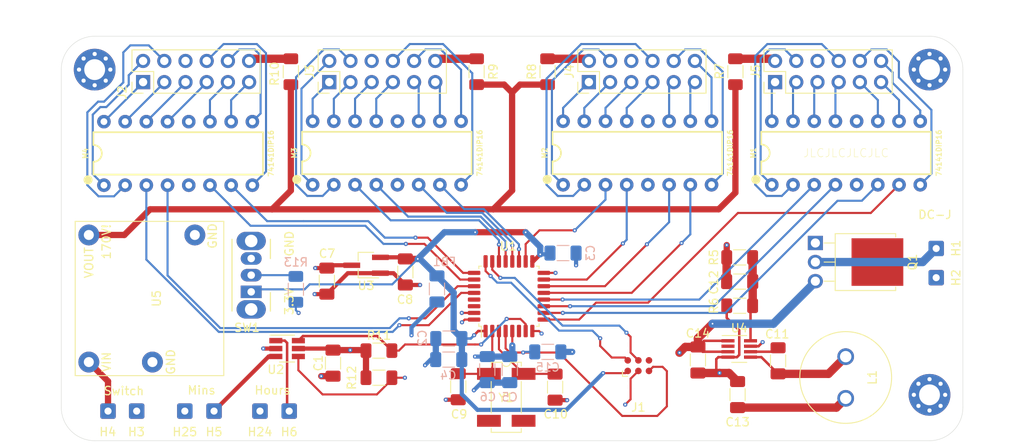
<source format=kicad_pcb>
(kicad_pcb (version 20221018) (generator pcbnew)
  (layers (0 "F.Cu" signal) (1 "In1.Cu" power) (2 "In2.Cu" power) (31 "B.Cu" signal) (34 "B.Paste" user) (35 "F.Paste" user) (36 "B.SilkS" user "B.Silkscreen") (37 "F.SilkS" user "F.Silkscreen") (38 "B.Mask" user) (39 "F.Mask" user) (44 "Edge.Cuts" user))
  (net 0 "")
  (net 1 "+5V")
  (net 2 "SW_LT3470")
  (net 3 "BOOST_LT3470")
  (net 4 "FB_LT3470")
  (net 5 "+9V")
  (net 6 "Net-(Q1-G)")
  (net 7 "Net-(U5-Input)")
  (net 8 "+3.3V")
  (net 9 "VDDA")
  (net 10 "OSC32_IN")
  (net 11 "OSC32_OUT")
  (net 12 "SWDIO")
  (net 13 "NX1_ZERO")
  (net 14 "NX1_ONE")
  (net 15 "NX1_FIVE")
  (net 16 "NX1_FOUR")
  (net 17 "NX1_SIX")
  (net 18 "NX1_SEVEN")
  (net 19 "NX1_THREE")
  (net 20 "NX1_TWO")
  (net 21 "NX1_C")
  (net 22 "NX1_B")
  (net 23 "NX1_D")
  (net 24 "NX1_A")
  (net 25 "NX1_NINE")
  (net 26 "NX1_EIGHT")
  (net 27 "NX2_ZERO")
  (net 28 "NX2_ONE")
  (net 29 "NX2_FIVE")
  (net 30 "NX2_FOUR")
  (net 31 "NX2_SIX")
  (net 32 "NX2_SEVEN")
  (net 33 "NX2_THREE")
  (net 34 "NX2_TWO")
  (net 35 "NX2_C")
  (net 36 "NX2_B")
  (net 37 "NX2_D")
  (net 38 "NX2_A")
  (net 39 "NX2_NINE")
  (net 40 "NX2_EIGHT")
  (net 41 "NX3_ZERO")
  (net 42 "NX3_ONE")
  (net 43 "NX3_FIVE")
  (net 44 "NX3_FOUR")
  (net 45 "NX3_SIX")
  (net 46 "NX3_SEVEN")
  (net 47 "NX3_THREE")
  (net 48 "NX3_TWO")
  (net 49 "NX3_C")
  (net 50 "NX3_B")
  (net 51 "NX3_D")
  (net 52 "NX3_A")
  (net 53 "NX3_NINE")
  (net 54 "NX3_EIGHT")
  (net 55 "NX4_ZERO")
  (net 56 "NX4_ONE")
  (net 57 "NX4_FIVE")
  (net 58 "NX4_FOUR")
  (net 59 "NX4_SIX")
  (net 60 "NX4_SEVEN")
  (net 61 "NX4_THREE")
  (net 62 "NX4_TWO")
  (net 63 "NX4_C")
  (net 64 "NX4_B")
  (net 65 "NX4_D")
  (net 66 "NX4_A")
  (net 67 "NX4_NINE")
  (net 68 "NX4_EIGHT")
  (net 69 "SWDCLK")
  (net 70 "+170V")
  (net 71 "Net-(U2-IN2)")
  (net 72 "Net-(U2-IN1)")
  (net 75 "Net-(J2-Pin_12)")
  (net 77 "Net-(J3-Pin_12)")
  (net 78 "Net-(J4-Pin_2)")
  (net 79 "MINUTES+")
  (net 80 "HOURS+")
  (net 82 "Net-(J5-Pin_2)")
  (net 84 "NRST")
  (net 85 "Net-(U1-PB9-BOOT0)")
  (net 86 "GND")
  (net 89 "Net-(SW1-B)")
  (footprint "Capacitor_SMD:C_1206_3216Metric_Pad1.33x1.80mm_HandSolder" (layer "F.Cu") (at 187.06 107.97 -90)
    (fp_text reference "C11")
    (fp_text value "0.22uF")
  )
  (footprint "Capacitor_SMD:C_1206_3216Metric_Pad1.33x1.80mm_HandSolder" (layer "F.Cu") (at 182.46 98.47)
    (fp_text reference "C12")
    (fp_text value "22pF")
  )
  (footprint "Capacitor_SMD:C_1206_3216Metric_Pad1.33x1.80mm_HandSolder" (layer "F.Cu") (at 177.46 107.87 90)
    (fp_text reference "C14")
    (fp_text value "1uF")
  )
  (footprint "Capacitor_SMD:C_1206_3216Metric_Pad1.33x1.80mm_HandSolder" (layer "F.Cu") (at 182.21 112.02 90)
    (fp_text reference "C13")
    (fp_text value "22uF")
  )
  (footprint "Connector_Wire:SolderWire-0.25sqmm_1x01_D0.65mm_OD1.7mm" (layer "F.Cu") (at 206 94.5 90)
    (fp_text reference "H1")
    (fp_text value "+9V")
  )
  (footprint "Connector_Wire:SolderWire-0.25sqmm_1x01_D0.65mm_OD1.7mm" (layer "F.Cu") (at 206 98 90)
    (fp_text reference "H2")
    (fp_text value "GND")
  )
  (footprint "Connector_Wire:SolderWire-0.25sqmm_1x01_D0.65mm_OD1.7mm" (layer "F.Cu") (at 110.23 114 180)
    (fp_text reference "H3")
    (fp_text value "Switch Input")
  )
  (footprint "Connector_Wire:SolderWire-0.25sqmm_1x01_D0.65mm_OD1.7mm" (layer "F.Cu") (at 106.8 114 180)
    (fp_text reference "H4")
    (fp_text value "Switch Output")
  )
  (footprint "Inductor_THT:RFS1113-333ME" (layer "F.Cu") (at 195.16 109.97 -90)
    (fp_text reference "L1")
    (fp_text value "33uH")
  )
  (footprint "nixiemisc:nixiemisc-DIP16" (layer "F.Cu") (at 115.2 83.1)
    (fp_text reference "M4")
    (fp_text value "74141DIP16")
  )
  (footprint "nixiemisc:nixiemisc-DIP16" (layer "F.Cu") (at 140.2 83.05)
    (fp_text reference "M3")
    (fp_text value "74141DIP16")
  )
  (footprint "nixiemisc:nixiemisc-DIP16" (layer "F.Cu") (at 170.2 83.05)
    (fp_text reference "M2")
    (fp_text value "74141DIP16")
  )
  (footprint "nixiemisc:nixiemisc-DIP16" (layer "F.Cu") (at 195.2 83.05)
    (fp_text reference "M1")
    (fp_text value "74141DIP16")
  )
  (footprint "Package_TO_SOT_THT:TO-251-3-1EP_Horizontal_TabDown" (layer "F.Cu") (at 191.526667 93.84 -90)
    (fp_text reference "Q1")
    (fp_text value "FQU11P06TU")
  )
  (footprint "Resistor_SMD:R_1206_3216Metric_Pad1.30x1.75mm_HandSolder" (layer "F.Cu") (at 182.46 95.57 180)
    (fp_text reference "R5")
    (fp_text value "604k")
  )
  (footprint "Resistor_SMD:R_1206_3216Metric_Pad1.30x1.75mm_HandSolder" (layer "F.Cu") (at 182.46 101.37)
    (fp_text reference "R6")
    (fp_text value "200k")
  )
  (footprint "Package_TO_SOT_SMD:SOT-23-8_Handsoldering" (layer "F.Cu") (at 182.41 106.55)
    (fp_text reference "U4")
    (fp_text value "LT3470ITS8PBF")
  )
  (footprint "Module:NCH8200HV" (layer "F.Cu") (at 111.52 100.5 90)
    (fp_text reference "U5")
    (fp_text value "NCH8200HV")
  )
  (footprint "Connector_PinHeader_2.54mm:PinHeader_2x06_P2.54mm_Vertical" (layer "F.Cu") (at 111 74.55 90)
    (fp_text reference "J2")
    (fp_text value "Conn_02x06_Odd_Even")
  )
  (footprint "Connector_PinHeader_2.54mm:PinHeader_2x06_P2.54mm_Vertical" (layer "F.Cu") (at 133.3 74.55 90)
    (fp_text reference "J3")
    (fp_text value "Conn_02x06_Odd_Even")
  )
  (footprint "Connector_PinHeader_2.54mm:PinHeader_2x06_P2.54mm_Vertical" (layer "F.Cu") (at 164.4 74.55 90)
    (fp_text reference "J4")
    (fp_text value "Conn_02x06_Odd_Even")
  )
  (footprint "Connector_PinHeader_2.54mm:PinHeader_2x06_P2.54mm_Vertical" (layer "F.Cu") (at 186.7 74.55 90)
    (fp_text reference "J5")
    (fp_text value "Conn_02x06_Odd_Even")
  )
  (footprint "Resistor_SMD:R_1206_3216Metric_Pad1.30x1.75mm_HandSolder" (layer "F.Cu") (at 181.95 73.3 -90)
    (fp_text reference "R7")
    (fp_text value "10k")
  )
  (footprint "Resistor_SMD:R_1206_3216Metric_Pad1.30x1.75mm_HandSolder" (layer "F.Cu") (at 159.45 73.3 90)
    (fp_text reference "R8")
    (fp_text value "10k")
  )
  (footprint "Resistor_SMD:R_1206_3216Metric_Pad1.30x1.75mm_HandSolder" (layer "F.Cu") (at 150.95 73.3 -90)
    (fp_text reference "R9")
    (fp_text value "10k")
  )
  (footprint "Resistor_SMD:R_1206_3216Metric_Pad1.30x1.75mm_HandSolder" (layer "F.Cu") (at 128.7 73.3 -90)
    (fp_text reference "R10")
    (fp_text value "10k")
  )
  (footprint "MountingHole:MountingHole_2.5mm_Pad_Via" (layer "F.Cu") (at 205.2 112.05)
    (fp_text reference "REF**" hide)
    (fp_text value "MountingHole_2.5mm_Pad_Via")
  )
  (footprint "MountingHole:MountingHole_2.5mm_Pad_Via" (layer "F.Cu") (at 105.2 73.05)
    (fp_text reference "REF**" hide)
    (fp_text value "MountingHole_2.5mm_Pad_Via")
  )
  (footprint "MountingHole:MountingHole_2.5mm_Pad_Via" (layer "F.Cu") (at 205.2 73.05)
    (fp_text reference "REF**" hide)
    (fp_text value "MountingHole_2.5mm_Pad_Via")
  )
  (footprint "Button_Switch_THT:SW_CuK_OS102011MA1QN1_SPDT_Angled" (layer "F.Cu") (at 123.95 99.7 90)
    (fp_text reference "SW1")
    (fp_text value "SW_SPDT")
  )
  (footprint "Connector_Wire:SolderWire-0.25sqmm_1x01_D0.65mm_OD1.7mm" (layer "F.Cu") (at 119.5 114)
    (fp_text reference "H5")
    (fp_text value "HOURS +")
  )
  (footprint "Capacitor_SMD:C_1206_3216Metric_Pad1.33x1.80mm_HandSolder" (layer "F.Cu") (at 142.4125 97.3125 90)
    (fp_text reference "C8")
    (fp_text value "1uF")
  )
  (footprint "Connector:Tag-Connect_TC2030-IDC-FP_2x03_P1.27mm_Vertical" (layer "F.Cu") (at 170.325 108.55)
    (fp_text reference "J1")
    (fp_text value "Conn_ARM_SWD_6")
  )
  (footprint "Connector_Wire:SolderWire-0.25sqmm_1x01_D0.65mm_OD1.7mm" (layer "F.Cu") (at 116 114)
    (fp_text reference "H25")
    (fp_text value "HOURS+GND")
  )
  (footprint "Capacitor_SMD:C_1206_3216Metric_Pad1.33x1.80mm_HandSolder" (layer "F.Cu") (at 160.35 111.125 -90)
    (fp_text reference "C10")
    (fp_text value "12pF")
  )
  (footprint "Capacitor_SMD:C_1206_3216Metric_Pad1.33x1.80mm_HandSolder" (layer "F.Cu") (at 133.75 108.25 -90)
    (fp_text reference "C1")
    (fp_text value "0.1uF")
  )
  (footprint "Connector_Wire:SolderWire-0.25sqmm_1x01_D0.65mm_OD1.7mm" (layer "F.Cu") (at 125 114 180)
    (fp_text reference "H24")
    (fp_text value "MINUTES+GND")
  )
  (footprint "Crystal:Crystal_SMD_SeikoEpson_MC306-4Pin_8.0x3.2mm_HandSoldering" (layer "F.Cu") (at 154.5 112.35 -90)
    (fp_text reference "Y1")
    (fp_text value "32.768kHz")
  )
  (footprint "Package_TO_SOT_SMD:TSOT-23_HandSoldering" (layer "F.Cu") (at 137.7125 96.5125 180)
    (fp_text reference "U3")
    (fp_text value "TPS7A05SOT23")
  )
  (footprint "Capacitor_SMD:C_1206_3216Metric_Pad1.33x1.80mm_HandSolder" (layer "F.Cu") (at 133.0125 98.4125 90)
    (fp_text reference "C7")
    (fp_text value "1uF")
  )
  (footprint "Package_TO_SOT_SMD:SOT-23-6_Handsoldering" (layer "F.Cu") (at 128.25 106.5)
    (fp_text reference "U2")
    (fp_text value "MAX6817")
  )
  (footprint "Connector_Wire:SolderWire-0.25sqmm_1x01_D0.65mm_OD1.7mm" (layer "F.Cu") (at 128.5 114 180)
    (fp_text reference "H6")
    (fp_text value "MINUTES +")
  )
  (footprint "Package_QFP:LQFP-32_7x7mm_P0.8mm" (layer "F.Cu") (at 154.825 100.225 90)
    (fp_text reference "U1")
    (fp_text value "STM32L010K4T6")
  )
  (footprint "Resistor_SMD:R_1206_3216Metric_Pad1.30x1.75mm_HandSolder" (layer "F.Cu") (at 139.25 110 180)
    (fp_text reference "R12")
    (fp_text value "10k")
  )
  (footprint "Resistor_SMD:R_1206_3216Metric_Pad1.30x1.75mm_HandSolder" (layer "F.Cu") (at 139.25 106.75)
    (fp_text reference "R11")
    (fp_text value "10k")
  )
  (footprint "Capacitor_SMD:C_1206_3216Metric_Pad1.33x1.80mm_HandSolder" (layer "F.Cu") (at 148.75 111.075 90)
    (fp_text reference "C9")
    (fp_text value "12pF")
  )
  (footprint "Capacitor_SMD:C_1206_3216Metric_Pad1.33x1.80mm_HandSolder" (layer "B.Cu") (at 159.475 106.9)
    (fp_text reference "C15")
    (fp_text value "100nF")
  )
  (footprint "Capacitor_SMD:C_1206_3216Metric_Pad1.33x1.80mm_HandSolder" (layer "B.Cu") (at 161.3 95.05 180)
    (fp_text reference "C3")
    (fp_text value "100nF")
  )
  (footprint "Resistor_SMD:R_1206_3216Metric_Pad1.30x1.75mm_HandSolder" (layer "B.Cu") (at 129.3 99.4 90)
    (fp_text reference "R13")
    (fp_text value "10k")
  )
  (footprint "Capacitor_SMD:C_1206_3216Metric_Pad1.33x1.80mm_HandSolder" (layer "B.Cu") (at 146.2 99.35 -90)
    (fp_text reference "FB1")
    (fp_text value "FerriteBead_Small")
  )
  (footprint "Capacitor_SMD:C_1206_3216Metric_Pad1.33x1.80mm_HandSolder" (layer "B.Cu") (at 147.6125 107.825)
    (fp_text reference "C2")
    (fp_text value "100nF")
  )
  (footprint "Capacitor_SMD:C_1206_3216Metric_Pad1.33x1.80mm_HandSolder" (layer "B.Cu") (at 154.925 109.025 90)
    (fp_text reference "C5")
    (fp_text value "100nF")
  )
  (footprint "Capacitor_SMD:C_1206_3216Metric_Pad1.33x1.80mm_HandSolder" (layer "B.Cu") (at 147.625 105.3)
    (fp_text reference "C4")
    (fp_text value "10uF")
  )
  (footprint "Capacitor_SMD:C_1206_3216Metric_Pad1.33x1.80mm_HandSolder" (layer "B.Cu") (at 152.225 109.025 90)
    (fp_text reference "C6")
    (fp_text value "1uF")
  )
  (gr_arc (start 209.2 113.55) (mid 208.028427 116.378427) (end 205.2 117.55) (stroke (width 0.05)) (layer "Edge.Cuts"))
  (gr_arc (start 205.2 69.05) (mid 208.028427 70.221573) (end 209.2 73.05) (stroke (width 0.05)) (layer "Edge.Cuts"))
  (gr_line (start 105.2 69.05) (end 205.2 69.05) (stroke (width 0.05)) (layer "Edge.Cuts"))
  (gr_line (start 105.2 117.55) (end 205.2 117.55) (stroke (width 0.05)) (layer "Edge.Cuts"))
  (gr_line (start 101.2 113.55) (end 101.2 73.05) (stroke (width 0.05)) (layer "Edge.Cuts"))
  (gr_line (start 209.2 73.05) (end 209.2 113.55) (stroke (width 0.05)) (layer "Edge.Cuts"))
  (gr_arc (start 105.2 117.55) (mid 102.371573 116.378427) (end 101.2 113.55) (stroke (width 0.05)) (layer "Edge.Cuts"))
  (gr_arc (start 101.2 73.05) (mid 102.371573 70.221573) (end 105.2 69.05) (stroke (width 0.05)) (layer "Edge.Cuts"))
  (gr_text "JLCJLCJLCJLC" (at 195.2 83.05) (layer "F.SilkS") (effects (font (size 1 1) (thickness 0.05))))
  (gr_text "Switch" (at 108.7 111.58) (layer "F.SilkS") (effects (font (size 1 1))))
  (gr_text "GND" (at 128.525 93.925 90) (layer "F.SilkS") (effects (font (size 1 1))))
  (gr_text "3.3V" (at 128.5 100.85 90) (layer "F.SilkS") (effects (font (size 1 1))))
  (gr_text "Mins" (at 118 111.5) (layer "F.SilkS") (effects (font (size 1 1))))
  (gr_text "Hours" (at 126.5 111.5) (layer "F.SilkS") (effects (font (size 1 1))))
  (gr_text "DC-J" (at 205.85 90.45) (layer "F.SilkS") (effects (font (size 1 1))))
  (segment (start 182.21 113.5825) (end 194.0475 113.5825) (width 1) (layer "F.Cu") (net 1))
  (segment (start 133.5625 106.5) (end 129.6 106.5) (width 0.5) (layer "F.Cu") (net 1))
  (segment (start 184.720002 106.22) (end 185.21 105.730002) (width 0.3) (layer "F.Cu") (net 1))
  (segment (start 137.6375 106.6875) (end 137.7 106.75) (width 0.75) (layer "F.Cu") (net 1))
  (segment (start 136.0025 96.5125) (end 133.35 96.5125) (width 0.5) (layer "F.Cu") (net 1))
  (segment (start 133.75 106.6875) (end 135.8125 106.6875) (width 0.75) (layer "F.Cu") (net 1))
  (segment (start 135.8125 106.6875) (end 137.6375 106.6875) (width 0.75) (layer "F.Cu") (net 1))
  (segment (start 194.0475 113.5825) (end 195.16 112.47) (width 1) (layer "F.Cu") (net 1))
  (segment (start 133.75 106.6875) (end 133.5625 106.5) (width 0.5) (layer "F.Cu") (net 1))
  (segment (start 133.0125 96.85) (end 131.625 96.85) (width 0.5) (layer "F.Cu") (net 1))
  (segment (start 180.91 95.57) (end 180.91 94.09) (width 0.75) (layer "F.Cu") (net 1))
  (segment (start 133.35 96.5125) (end 133.0125 96.85) (width 0.5) (layer "F.Cu") (net 1))
  (segment (start 183.76 106.22) (end 184.720002 106.22) (width 0.3) (layer "F.Cu") (net 1))
  (segment (start 180.8975 95.5825) (end 180.91 95.57) (width 1) (layer "F.Cu") (net 1))
  (segment (start 137.7 110) (end 137.7 106.75) (width 0.75) (layer "F.Cu") (net 1))
  (segment (start 180.8975 98.47) (end 180.8975 95.5825) (width 1) (layer "F.Cu") (net 1))
  (via (at 131.625 96.85) (size 0.5) (drill 0.2) (layers "F.Cu" "B.Cu") (net 1))
  (via (at 180.91 94.09) (size 0.5) (drill 0.2) (layers "F.Cu" "B.Cu") (net 1))
  (via (at 135.8125 106.6875) (size 0.5) (drill 0.2) (layers "F.Cu" "B.Cu") (net 1))
  (via (at 185.21 105.730002) (size 0.5) (drill 0.2) (layers "F.Cu" "B.Cu") (net 1))
  (segment (start 183.76 107.53) (end 185.0575 107.53) (width 0.3) (layer "F.Cu") (net 2))
  (segment (start 185.0575 107.53) (end 187.06 109.5325) (width 0.3) (layer "F.Cu") (net 2))
  (segment (start 187.06 109.5325) (end 193.0975 109.5325) (width 1) (layer "F.Cu") (net 2))
  (segment (start 193.0975 109.5325) (end 195.16 107.47) (width 1) (layer "F.Cu") (net 2))
  (segment (start 187.06 106.4075) (end 186.5875 106.88) (width 0.3) (layer "F.Cu") (net 3))
  (segment (start 186.5875 106.88) (end 183.76 106.88) (width 0.3) (layer "F.Cu") (net 3))
  (segment (start 184.01 95.57) (end 184.01 98.4575) (width 1) (layer "F.Cu") (net 4))
  (segment (start 183.76 101.62) (end 184.01 101.37) (width 0.3) (layer "F.Cu") (net 4))
  (segment (start 184.0225 101.3575) (end 184.01 101.37) (width 1) (layer "F.Cu") (net 4))
  (segment (start 184.0225 98.47) (end 184.0225 101.3575) (width 1) (layer "F.Cu") (net 4))
  (segment (start 183.76 105.57) (end 183.76 101.62) (width 0.3) (layer "F.Cu") (net 4))
  (segment (start 184.01 98.4575) (end 184.0225 98.47) (width 1) (layer "F.Cu") (net 4))
  (segment (start 177.46 106.3075) (end 177.46 105.27) (width 1) (layer "F.Cu") (net 5))
  (segment (start 178.1975 105.57) (end 181.06 105.57) (width 0.3) (layer "F.Cu") (net 5))
  (segment (start 175.9425 106.3075) (end 175.25 107) (width 1) (layer "F.Cu") (net 5))
  (segment (start 177.46 106.3075) (end 175.9425 106.3075) (width 1) (layer "F.Cu") (net 5))
  (segment (start 178.0325 106.88) (end 181.06 106.88) (width 0.3) (layer "F.Cu") (net 5))
  (segment (start 177.46 106.3075) (end 178.1975 105.57) (width 0.3) (layer "F.Cu") (net 5))
  (segment (start 177.46 106.3075) (end 178.0325 106.88) (width 0.3) (layer "F.Cu") (net 5))
  (segment (start 177.46 105.27) (end 179.21 103.52) (width 1) (layer "F.Cu") (net 5))
  (via (at 175.25 107) (size 0.5) (drill 0.2) (layers "F.Cu" "B.Cu") (net 5))
  (via (at 179.21 103.52) (size 0.5) (drill 0.2) (layers "F.Cu" "B.Cu") (net 5))
  (segment (start 179.21 103.52) (end 186.505 103.52) (width 1) (layer "B.Cu") (net 5))
  (segment (start 191.526667 98.498333) (end 191.526667 98.42) (width 1) (layer "B.Cu") (net 5))
  (segment (start 186.505 103.52) (end 191.526667 98.498333) (width 1) (layer "B.Cu") (net 5))
  (segment (start 204.37 96.13) (end 206 94.5) (width 1) (layer "B.Cu") (net 6))
  (segment (start 191.526667 96.13) (end 204.37 96.13) (width 1) (layer "B.Cu") (net 6))
  (segment (start 106.8 114) (end 106.8 110.42) (width 0.75) (layer "F.Cu") (net 7))
  (segment (start 106.8 110.42) (end 104.5 108.12) (width 0.75) (layer "F.Cu") (net 7))
  (segment (start 142.225 95.5625) (end 142.4125 95.75) (width 0.5) (layer "F.Cu") (net 8))
  (segment (start 142.4125 95.75) (end 143.9 95.75) (width 0.75) (layer "F.Cu") (net 8))
  (segment (start 156.81 92.55) (end 156.82 92.56) (width 0.75) (layer "F.Cu") (net 8))
  (segment (start 157.725 96.05) (end 158.575 95.2) (width 0.5) (layer "F.Cu") (net 8))
  (segment (start 157.625 96.05) (end 157.725 96.05) (width 0.5) (layer "F.Cu") (net 8))
  (segment (start 166.1 109.45) (end 168.79 109.45) (width 0.25) (layer "F.Cu") (net 8))
  (segment (start 152.025 104.4) (end 151.15 104.4) (width 0.3) (layer "F.Cu") (net 8))
  (segment (start 150.775 92.55) (end 156.81 92.55) (width 0.75) (layer "F.Cu") (net 8))
  (segment (start 139.4225 95.5625) (end 142.225 95.5625) (width 0.5) (layer "F.Cu") (net 8))
  (segment (start 168.79 109.45) (end 169.055 109.185) (width 0.25) (layer "F.Cu") (net 8))
  (segment (start 151.15 104.4) (end 150.65 104.9) (width 0.3) (layer "F.Cu") (net 8))
  (via (at 166.1 109.45) (size 0.5) (drill 0.2) (layers "F.Cu" "B.Cu") (net 8))
  (via (at 150.65 104.9) (size 0.5) (drill 0.2) (layers "F.Cu" "B.Cu") (net 8))
  (via (at 143.9 95.75) (size 0.5) (drill 0.2) (layers "F.Cu" "B.Cu") (net 8))
  (via (at 158.575 95.2) (size 0.5) (drill 0.2) (layers "F.Cu" "B.Cu") (net 8))
  (via (at 156.82 92.56) (size 0.5) (drill 0.2) (layers "F.Cu" "B.Cu") (net 8))
  (via (at 150.775 92.55) (size 0.5) (drill 0.2) (layers "F.Cu" "B.Cu") (net 8))
  (segment (start 149.1875 105.3) (end 148.200489 104.312989) (width 0.75) (layer "B.Cu") (net 8))
  (segment (start 149.1875 105.3) (end 150.25 105.3) (width 0.3) (layer "B.Cu") (net 8))
  (segment (start 150.25 105.3) (end 150.65 104.9) (width 0.3) (layer "B.Cu") (net 8))
  (segment (start 140.85 98.8) (end 143.9 95.75) (width 0.25) (layer "B.Cu") (net 8))
  (segment (start 158.575 95.2) (end 158.575 94.315) (width 0.75) (layer "B.Cu") (net 8))
  (segment (start 161.614259 113.85) (end 161.7 113.85) (width 0.5) (layer "B.Cu") (net 8))
  (segment (start 143.9 95.75) (end 147.1 92.55) (width 0.75) (layer "B.Cu") (net 8))
  (segment (start 149.175 107.825) (end 149.175 111.975) (width 0.5) (layer "B.Cu") (net 8))
  (segment (start 151.05 113.85) (end 161.614259 113.85) (width 0.5) (layer "B.Cu") (net 8))
  (segment (start 149.175 111.975) (end 151.05 113.85) (width 0.5) (layer "B.Cu") (net 8))
  (segment (start 159.5875 95.2) (end 159.7375 95.05) (width 0.5) (layer "B.Cu") (net 8))
  (segment (start 148.200489 99.787989) (end 146.2 97.7875) (width 0.75) (layer "B.Cu") (net 8))
  (segment (start 130.349511 99.400489) (end 130.95 98.8) (width 0.25) (layer "B.Cu") (net 8))
  (segment (start 143.9 95.75) (end 144.1625 95.75) (width 0.75) (layer "B.Cu") (net 8))
  (segment (start 158.575 95.2) (end 159.5875 95.2) (width 0.5) (layer "B.Cu") (net 8))
  (segment (start 148.200489 104.312989) (end 148.200489 99.787989) (width 0.75) (layer "B.Cu") (net 8))
  (segment (start 158.575 94.315) (end 156.82 92.56) (width 0.75) (layer "B.Cu") (net 8))
  (segment (start 149.1875 105.3) (end 149.1875 107.8125) (width 0.75) (layer "B.Cu") (net 8))
  (segment (start 124.249511 99.400489) (end 130.349511 99.400489) (width 0.25) (layer "B.Cu") (net 8))
  (segment (start 123.95 99.7) (end 124.249511 99.400489) (width 0.25) (layer "B.Cu") (net 8))
  (segment (start 130.95 98.8) (end 140.85 98.8) (width 0.25) (layer "B.Cu") (net 8))
  (segment (start 144.1625 95.75) (end 146.2 97.7875) (width 0.75) (layer "B.Cu") (net 8))
  (segment (start 147.1 92.55) (end 150.775 92.55) (width 0.75) (layer "B.Cu") (net 8))
  (segment (start 161.7 113.85) (end 166.1 109.45) (width 0.5) (layer "B.Cu") (net 8))
  (segment (start 155.225 104.4) (end 155.225 106.125) (width 0.25) (layer "F.Cu") (net 9))
  (via (at 155.225 106.125) (size 0.5) (drill 0.2) (layers "F.Cu" "B.Cu") (net 9))
  (via (at 150.7625 107.4625) (size 0.5) (drill 0.2) (layers "F.Cu" "B.Cu") (net 9))
  (via (at 143.15 104.9) (size 0.5) (drill 0.2) (layers "F.Cu" "B.Cu") (net 9))
  (segment (start 152.225 107.4625) (end 154.925 107.4625) (width 0.75) (layer "B.Cu") (net 9))
  (segment (start 146.2 100.9125) (end 143.15 103.9625) (width 0.5) (layer "B.Cu") (net 9))
  (segment (start 152.225 107.4625) (end 150.7625 107.4625) (width 0.5) (layer "B.Cu") (net 9))
  (segment (start 155.225 106.125) (end 155.225 107.1625) (width 0.75) (layer "B.Cu") (net 9))
  (segment (start 155.225 107.1625) (end 154.925 107.4625) (width 0.75) (layer "B.Cu") (net 9))
  (segment (start 143.15 103.9625) (end 143.15 104.9) (width 0.5) (layer "B.Cu") (net 9))
  (segment (start 152.425 109.535) (end 152.825 109.135) (width 0.25) (layer "F.Cu") (net 10))
  (segment (start 148.7725 109.535) (end 152.425 109.535) (width 0.25) (layer "F.Cu") (net 10))
  (segment (start 148.75 109.5125) (end 148.7725 109.535) (width 0.25) (layer "F.Cu") (net 10))
  (segment (start 152.825 109.135) (end 152.825 104.4) (width 0.25) (layer "F.Cu") (net 10))
  (segment (start 160.3225 109.535) (end 160.35 109.5625) (width 0.25) (layer "F.Cu") (net 11))
  (segment (start 153.625 106.585) (end 153.625 104.4) (width 0.25) (layer "F.Cu") (net 11))
  (segment (start 156.575 109.535) (end 153.625 106.585) (width 0.25) (layer "F.Cu") (net 11))
  (segment (start 156.575 109.535) (end 160.3225 109.535) (width 0.25) (layer "F.Cu") (net 11))
  (segment (start 169.394029 105.094029) (end 168.9 104.6) (width 0.25) (layer "F.Cu") (net 12))
  (segment (start 170.325 107.915) (end 169.394029 106.984029) (width 0.25) (layer "F.Cu") (net 12))
  (segment (start 169.394029 106.984029) (end 169.394029 105.094029) (width 0.25) (layer "F.Cu") (net 12))
  (segment (start 152.825 97.05) (end 153.8 98.025) (width 0.25) (layer "F.Cu") (net 12))
  (segment (start 152.825 96.05) (end 152.825 97.05) (width 0.25) (layer "F.Cu") (net 12))
  (via (at 168.9 104.6) (size 0.5) (drill 0.2) (layers "F.Cu" "B.Cu") (net 12))
  (via (at 153.8 98.025) (size 0.5) (drill 0.2) (layers "F.Cu" "B.Cu") (net 12))
  (segment (start 153.8 98.025) (end 155.525 98.025) (width 0.25) (layer "B.Cu") (net 12))
  (segment (start 161.25 103.75) (end 168.05 103.75) (width 0.25) (layer "B.Cu") (net 12))
  (segment (start 155.525 98.025) (end 161.25 103.75) (width 0.25) (layer "B.Cu") (net 12))
  (segment (start 168.05 103.75) (end 168.9 104.6) (width 0.25) (layer "B.Cu") (net 12))
  (segment (start 186.31 79.24) (end 186.31 74.94) (width 0.25) (layer "B.Cu") (net 13))
  (segment (start 186.31 74.94) (end 186.7 74.55) (width 0.25) (layer "B.Cu") (net 13))
  (segment (start 188.85 79.24) (end 188.85 74.94) (width 0.25) (layer "B.Cu") (net 14))
  (segment (start 188.85 74.94) (end 189.24 74.55) (width 0.25) (layer "B.Cu") (net 14))
  (segment (start 191.39 74.94) (end 191.78 74.55) (width 0.25) (layer "B.Cu") (net 15))
  (segment (start 191.39 79.24) (end 191.39 74.94) (width 0.25) (layer "B.Cu") (net 15))
  (segment (start 193.93 74.94) (end 194.32 74.55) (width 0.25) (layer "B.Cu") (net 16))
  (segment (start 193.93 79.24) (end 193.93 74.94) (width 0.25) (layer "B.Cu") (net 16))
  (segment (start 199.01 76.7) (end 196.86 74.55) (width 0.25) (layer "B.Cu") (net 17))
  (segment (start 199.01 79.24) (end 199.01 76.7) (width 0.25) (layer "B.Cu") (net 17))
  (segment (start 201.55 79.24) (end 201.55 76.7) (width 0.25) (layer "B.Cu") (net 18))
  (segment (start 201.55 76.7) (end 199.4 74.55) (width 0.25) (layer "B.Cu") (net 18))
  (segment (start 200.775001 74.635001) (end 204.09 77.95) (width 0.25) (layer "B.Cu") (net 19))
  (segment (start 199.4 72.01) (end 200.775001 73.385001) (width 0.25) (layer "B.Cu") (net 19))
  (segment (start 200.775001 73.385001) (end 200.775001 74.635001) (width 0.25) (layer "B.Cu") (net 19))
  (segment (start 204.09 77.95) (end 204.09 79.24) (width 0.25) (layer "B.Cu") (net 19))
  (segment (start 201.53001 73.99001) (end 201.53001 72.105008) (width 0.25) (layer "B.Cu") (net 20))
  (segment (start 201.53001 72.105008) (end 200.060001 70.634999) (width 0.25) (layer "B.Cu") (net 20))
  (segment (start 205.427801 77.887801) (end 201.53001 73.99001) (width 0.25) (layer "B.Cu") (net 20))
  (segment (start 204.09 86.86) (end 205.427801 85.522199) (width 0.25) (layer "B.Cu") (net 20))
  (segment (start 198.235001 70.634999) (end 196.86 72.01) (width 0.25) (layer "B.Cu") (net 20))
  (segment (start 200.060001 70.634999) (end 198.235001 70.634999) (width 0.25) (layer "B.Cu") (net 20))
  (segment (start 205.427801 85.522199) (end 205.427801 77.887801) (width 0.25) (layer "B.Cu") (net 20))
  (segment (start 159 103.025) (end 163.235 103.025) (width 0.25) (layer "F.Cu") (net 21))
  (segment (start 198.17 90.24) (end 182.25 90.24) (width 0.25) (layer "F.Cu") (net 21))
  (segment (start 163.235 103.025) (end 165.27 100.99) (width 0.25) (layer "F.Cu") (net 21))
  (segment (start 165.27 100.99) (end 171.5 100.99) (width 0.25) (layer "F.Cu") (net 21))
  (segment (start 201.55 86.86) (end 198.17 90.24) (width 0.25) (layer "F.Cu") (net 21))
  (segment (start 171.5 100.99) (end 182.25 90.24) (width 0.25) (layer "F.Cu") (net 21))
  (segment (start 159 102.225) (end 161.275 102.225) (width 0.25) (layer "F.Cu") (net 22))
  (via (at 161.275 102.225) (size 0.5) (drill 0.2) (layers "F.Cu" "B.Cu") (net 22))
  (segment (start 161.275 102.225) (end 180.733895 102.225) (width 0.25) (layer "B.Cu") (net 22))
  (segment (start 180.733895 102.225) (end 194.183895 88.775) (width 0.25) (layer "B.Cu") (net 22))
  (segment (start 197.095 88.775) (end 199.01 86.86) (width 0.25) (layer "B.Cu") (net 22))
  (segment (start 194.183895 88.775) (end 197.095 88.775) (width 0.25) (layer "B.Cu") (net 22))
  (segment (start 159 101.425) (end 162.15 101.425) (width 0.25) (layer "F.Cu") (net 23))
  (via (at 162.15 101.425) (size 0.5) (drill 0.2) (layers "F.Cu" "B.Cu") (net 23))
  (segment (start 162.15 101.425) (end 179.365 101.425) (width 0.25) (layer "B.Cu") (net 23))
  (segment (start 179.365 101.425) (end 193.93 86.86) (width 0.25) (layer "B.Cu") (net 23))
  (segment (start 159 100.625) (end 161.25 100.625) (width 0.25) (layer "F.Cu") (net 24))
  (via (at 161.25 100.625) (size 0.5) (drill 0.2) (layers "F.Cu" "B.Cu") (net 24))
  (segment (start 177.625 100.625) (end 191.39 86.86) (width 0.25) (layer "B.Cu") (net 24))
  (segment (start 161.25 100.625) (end 177.625 100.625) (width 0.25) (layer "B.Cu") (net 24))
  (segment (start 184.322189 86.852135) (end 184.322189 71.433557) (width 0.25) (layer "B.Cu") (net 25))
  (segment (start 185.667855 88.197801) (end 184.322189 86.852135) (width 0.25) (layer "B.Cu") (net 25))
  (segment (start 192.294989 69.984989) (end 194.32 72.01) (width 0.25) (layer "B.Cu") (net 25))
  (segment (start 185.667855 88.197801) (end 187.512199 88.197801) (width 0.25) (layer "B.Cu") (net 25))
  (segment (start 187.512199 88.197801) (end 188.85 86.86) (width 0.25) (layer "B.Cu") (net 25))
  (segment (start 184.322189 71.433557) (end 185.770757 69.984989) (width 0.25) (layer "B.Cu") (net 25))
  (segment (start 185.770757 69.984989) (end 192.294989 69.984989) (width 0.25) (layer "B.Cu") (net 25))
  (segment (start 184.972199 85.522199) (end 184.972199 71.702799) (width 0.25) (layer "B.Cu") (net 26))
  (segment (start 187.864999 70.634999) (end 189.24 72.01) (width 0.25) (layer "B.Cu") (net 26))
  (segment (start 184.972199 71.702799) (end 186.039999 70.634999) (width 0.25) (layer "B.Cu") (net 26))
  (segment (start 186.31 86.86) (end 184.972199 85.522199) (width 0.25) (layer "B.Cu") (net 26))
  (segment (start 186.039999 70.634999) (end 187.864999 70.634999) (width 0.25) (layer "B.Cu") (net 26))
  (segment (start 161.31 77.64) (end 164.4 74.55) (width 0.25) (layer "B.Cu") (net 27))
  (segment (start 161.31 79.24) (end 161.31 77.64) (width 0.25) (layer "B.Cu") (net 27))
  (segment (start 163.85 77.64) (end 166.94 74.55) (width 0.25) (layer "B.Cu") (net 28))
  (segment (start 163.85 79.24) (end 163.85 77.64) (width 0.25) (layer "B.Cu") (net 28))
  (segment (start 166.39 77.64) (end 169.48 74.55) (width 0.25) (layer "B.Cu") (net 29))
  (segment (start 166.39 79.24) (end 166.39 77.64) (width 0.25) (layer "B.Cu") (net 29))
  (segment (start 168.93 77.64) (end 172.02 74.55) (width 0.25) (layer "B.Cu") (net 30))
  (segment (start 168.93 79.24) (end 168.93 77.64) (width 0.25) (layer "B.Cu") (net 30))
  (segment (start 174.01 79.24) (end 174.01 75.1) (width 0.25) (layer "B.Cu") (net 31))
  (segment (start 174.01 75.1) (end 174.56 74.55) (width 0.25) (layer "B.Cu") (net 31))
  (segment (start 176.55 79.24) (end 176.55 75.1) (width 0.25) (layer "B.Cu") (net 32))
  (segment (start 176.55 75.1) (end 177.1 74.55) (width 0.25) (layer "B.Cu") (net 32))
  (segment (start 179.09 74) (end 177.1 72.01) (width 0.25) (layer "B.Cu") (net 33))
  (segment (start 179.09 79.24) (end 179.09 74) (width 0.25) (layer "B.Cu") (net 33))
  (segment (start 180.427801 85.522199) (end 180.427801 73.302799) (width 0.25) (layer "B.Cu") (net 34))
  (segment (start 175.935001 70.634999) (end 174.56 72.01) (width 0.25) (layer "B.Cu") (net 34))
  (segment (start 179.09 86.86) (end 180.427801 85.522199) (width 0.25) (layer "B.Cu") (net 34))
  (segment (start 180.427801 73.302799) (end 177.760001 70.634999) (width 0.25) (layer "B.Cu") (net 34))
  (segment (start 177.760001 70.634999) (end 175.935001 70.634999) (width 0.25) (layer "B.Cu") (net 34))
  (segment (start 159.005971 99.819029) (end 169.530971 99.819029) (width 0.25) (layer "F.Cu") (net 35))
  (segment (start 159 99.825) (end 159.005971 99.819029) (width 0.25) (layer "F.Cu") (net 35))
  (segment (start 169.530971 99.819029) (end 175.5 93.85) (width 0.25) (layer "F.Cu") (net 35))
  (via (at 175.5 93.85) (size 0.5) (drill 0.2) (layers "F.Cu" "B.Cu") (net 35))
  (segment (start 176.55 86.86) (end 176.55 92.8) (width 0.25) (layer "B.Cu") (net 35))
  (segment (start 176.55 92.8) (end 175.5 93.85) (width 0.25) (layer "B.Cu") (net 35))
  (segment (start 159 99.025) (end 166.325 99.025) (width 0.25) (layer "F.Cu") (net 36))
  (segment (start 166.325 99.025) (end 171.35 94) (width 0.25) (layer "F.Cu") (net 36))
  (via (at 171.35 94) (size 0.5) (drill 0.2) (layers "F.Cu" "B.Cu") (net 36))
  (segment (start 171.35 94) (end 174.01 91.34) (width 0.25) (layer "B.Cu") (net 36))
  (segment (start 174.01 91.34) (end 174.01 86.86) (width 0.25) (layer "B.Cu") (net 36))
  (segment (start 159 98.225) (end 164.15 98.225) (width 0.25) (layer "F.Cu") (net 37))
  (segment (start 164.15 98.225) (end 168.475 93.9) (width 0.25) (layer "F.Cu") (net 37))
  (via (at 168.475 93.9) (size 0.5) (drill 0.2) (layers "F.Cu" "B.Cu") (net 37))
  (segment (start 168.475 93.9) (end 168.93 93.445) (width 0.25) (layer "B.Cu") (net 37))
  (segment (start 168.93 93.445) (end 168.93 86.86) (width 0.25) (layer "B.Cu") (net 37))
  (segment (start 158.475 92.325) (end 162.7 92.325) (width 0.25) (layer "F.Cu") (net 38))
  (segment (start 156.825 96.05) (end 156.825 93.975) (width 0.25) (layer "F.Cu") (net 38))
  (segment (start 156.825 93.975) (end 158.475 92.325) (width 0.25) (layer "F.Cu") (net 38))
  (via (at 162.7 92.325) (size 0.5) (drill 0.2) (layers "F.Cu" "B.Cu") (net 38))
  (segment (start 166.39 88.635) (end 166.39 86.86) (width 0.25) (layer "B.Cu") (net 38))
  (segment (start 162.7 92.325) (end 166.39 88.635) (width 0.25) (layer "B.Cu") (net 38))
  (segment (start 163.470757 69.984989) (end 169.994989 69.984989) (width 0.25) (layer "B.Cu") (net 39))
  (segment (start 162.512199 88.197801) (end 160.667855 88.197801) (width 0.25) (layer "B.Cu") (net 39))
  (segment (start 169.994989 69.984989) (end 172.02 72.01) (width 0.25) (layer "B.Cu") (net 39))
  (segment (start 160.667855 88.197801) (end 159.322189 86.852135) (width 0.25) (layer "B.Cu") (net 39))
  (segment (start 159.322189 74.133557) (end 163.470757 69.984989) (width 0.25) (layer "B.Cu") (net 39))
  (segment (start 163.85 86.86) (end 162.512199 88.197801) (width 0.25) (layer "B.Cu") (net 39))
  (segment (start 159.322189 86.852135) (end 159.322189 74.133557) (width 0.25) (layer "B.Cu") (net 39))
  (segment (start 159.972199 85.522199) (end 159.972199 74.402799) (width 0.25) (layer "B.Cu") (net 40))
  (segment (start 163.739999 70.634999) (end 165.564999 70.634999) (width 0.25) (layer "B.Cu") (net 40))
  (segment (start 165.564999 70.634999) (end 166.94 72.01) (width 0.25) (layer "B.Cu") (net 40))
  (segment (start 159.972199 74.402799) (end 163.739999 70.634999) (width 0.25) (layer "B.Cu") (net 40))
  (segment (start 161.31 86.86) (end 159.972199 85.522199) (width 0.25) (layer "B.Cu") (net 40))
  (segment (start 131.31 79.24) (end 131.31 76.54) (width 0.25) (layer "B.Cu") (net 41))
  (segment (start 131.31 76.54) (end 133.3 74.55) (width 0.25) (layer "B.Cu") (net 41))
  (segment (start 133.85 79.24) (end 133.85 76.54) (width 0.25) (layer "B.Cu") (net 42))
  (segment (start 133.85 76.54) (end 135.84 74.55) (width 0.25) (layer "B.Cu") (net 42))
  (segment (start 136.39 79.24) (end 136.39 76.54) (width 0.25) (layer "B.Cu") (net 43))
  (segment (start 136.39 76.54) (end 138.38 74.55) (width 0.25) (layer "B.Cu") (net 43))
  (segment (start 138.93 76.54) (end 140.92 74.55) (width 0.25) (layer "B.Cu") (net 44))
  (segment (start 138.93 79.24) (end 138.93 76.54) (width 0.25) (layer "B.Cu") (net 44))
  (segment (start 144.01 79.24) (end 144.01 75.1) (width 0.25) (layer "B.Cu") (net 45))
  (segment (start 144.01 75.1) (end 143.46 74.55) (width 0.25) (layer "B.Cu") (net 45))
  (segment (start 146.55 75.1) (end 146 74.55) (width 0.25) (layer "B.Cu") (net 46))
  (segment (start 146.55 79.24) (end 146.55 75.1) (width 0.25) (layer "B.Cu") (net 46))
  (segment (start 149.09 79.24) (end 149.09 73.064998) (width 0.25) (layer "B.Cu") (net 47))
  (segment (start 144.835001 70.634999) (end 143.46 72.01) (width 0.25) (layer "B.Cu") (net 47))
  (segment (start 146.660001 70.634999) (end 144.835001 70.634999) (width 0.25) (layer "B.Cu") (net 47))
  (segment (start 149.09 73.064998) (end 146.660001 70.634999) (width 0.25) (layer "B.Cu") (net 47))
  (segment (start 142.945011 69.984989) (end 140.92 72.01) (width 0.25) (layer "B.Cu") (net 48))
  (segment (start 150.427801 85.522199) (end 150.427801 73.483547) (width 0.25) (layer "B.Cu") (net 48))
  (segment (start 146.929243 69.984989) (end 142.945011 69.984989) (width 0.25) (layer "B.Cu") (net 48))
  (segment (start 150.427801 73.483547) (end 146.929243 69.984989) (width 0.25) (layer "B.Cu") (net 48))
  (segment (start 149.09 86.86) (end 150.427801 85.522199) (width 0.25) (layer "B.Cu") (net 48))
  (segment (start 156.025 96.05) (end 156.025 94.575) (width 0.25) (layer "F.Cu") (net 49))
  (via (at 156.025 94.575) (size 0.5) (drill 0.2) (layers "F.Cu" "B.Cu") (net 49))
  (segment (start 149.46596 89.77596) (end 146.55 86.86) (width 0.25) (layer "B.Cu") (net 49))
  (segment (start 151.808113 89.77596) (end 149.46596 89.77596) (width 0.25) (layer "B.Cu") (net 49))
  (segment (start 156.025 93.992846) (end 156.025 94.575) (width 0.25) (layer "B.Cu") (net 49))
  (segment (start 156.025 93.992846) (end 151.808113 89.77596) (width 0.25) (layer "B.Cu") (net 49))
  (segment (start 155.225 96.05) (end 155.225 94.125) (width 0.25) (layer "F.Cu") (net 50))
  (via (at 155.225 94.125) (size 0.5) (drill 0.2) (layers "F.Cu" "B.Cu") (net 50))
  (segment (start 155.225 94.125) (end 155.225 93.828564) (width 0.25) (layer "B.Cu") (net 50))
  (segment (start 155.225 93.828564) (end 151.621916 90.22548) (width 0.25) (layer "B.Cu") (net 50))
  (segment (start 147.37548 90.22548) (end 144.01 86.86) (width 0.25) (layer "B.Cu") (net 50))
  (segment (start 151.621916 90.22548) (end 147.37548 90.22548) (width 0.25) (layer "B.Cu") (net 50))
  (segment (start 154.425 96.05) (end 154.425 94.575) (width 0.25) (layer "F.Cu") (net 51))
  (via (at 154.425 94.575) (size 0.5) (drill 0.2) (layers "F.Cu" "B.Cu") (net 51))
  (segment (start 154.425 93.664282) (end 154.425 94.575) (width 0.25) (layer "B.Cu") (net 51))
  (segment (start 154.425 93.664282) (end 151.435718 90.675) (width 0.25) (layer "B.Cu") (net 51))
  (segment (start 151.435718 90.675) (end 142.745 90.675) (width 0.25) (layer "B.Cu") (net 51))
  (segment (start 142.745 90.675) (end 138.93 86.86) (width 0.25) (layer "B.Cu") (net 51))
  (segment (start 153.625 94.225) (end 153.625 94.025) (width 0.25) (layer "F.Cu") (net 52))
  (segment (start 153.625 96.05) (end 153.625 94.225) (width 0.25) (layer "F.Cu") (net 52))
  (via (at 153.625 94.025) (size 0.5) (drill 0.2) (layers "F.Cu" "B.Cu") (net 52))
  (segment (start 140.655 91.125) (end 136.39 86.86) (width 0.25) (layer "B.Cu") (net 52))
  (segment (start 151.25 91.125) (end 140.655 91.125) (width 0.25) (layer "B.Cu") (net 52))
  (segment (start 153.625 93.5) (end 151.25 91.125) (width 0.25) (layer "B.Cu") (net 52))
  (segment (start 153.625 93.5) (end 153.625 94.025) (width 0.25) (layer "B.Cu") (net 52))
  (segment (start 134.464999 70.634999) (end 135.84 72.01) (width 0.25) (layer "B.Cu") (net 53))
  (segment (start 130.667855 88.197801) (end 129.322189 86.852135) (width 0.25) (layer "B.Cu") (net 53))
  (segment (start 132.639999 70.634999) (end 134.464999 70.634999) (width 0.25) (layer "B.Cu") (net 53))
  (segment (start 129.322189 73.952809) (end 132.639999 70.634999) (width 0.25) (layer "B.Cu") (net 53))
  (segment (start 132.512199 88.197801) (end 130.667855 88.197801) (width 0.25) (layer "B.Cu") (net 53))
  (segment (start 129.322189 86.852135) (end 129.322189 73.952809) (width 0.25) (layer "B.Cu") (net 53))
  (segment (start 133.85 86.86) (end 132.512199 88.197801) (width 0.25) (layer "B.Cu") (net 53))
  (segment (start 129.972199 85.522199) (end 129.972199 75.337801) (width 0.25) (layer "B.Cu") (net 54))
  (segment (start 129.972199 75.337801) (end 133.3 72.01) (width 0.25) (layer "B.Cu") (net 54))
  (segment (start 131.31 86.86) (end 129.972199 85.522199) (width 0.25) (layer "B.Cu") (net 54))
  (segment (start 111 74.6) (end 111 74.55) (width 0.25) (layer "B.Cu") (net 55))
  (segment (start 106.31 79.29) (end 111 74.6) (width 0.25) (layer "B.Cu") (net 55))
  (segment (start 108.85 79.29) (end 113.54 74.6) (width 0.25) (layer "B.Cu") (net 56))
  (segment (start 113.54 74.6) (end 113.54 74.55) (width 0.25) (layer "B.Cu") (net 56))
  (segment (start 116.08 74.6) (end 116.08 74.55) (width 0.25) (layer "B.Cu") (net 57))
  (segment (start 111.39 79.29) (end 116.08 74.6) (width 0.25) (layer "B.Cu") (net 57))
  (segment (start 113.93 79.29) (end 118.62 74.6) (width 0.25) (layer "B.Cu") (net 58))
  (segment (start 118.62 74.6) (end 118.62 74.55) (width 0.25) (layer "B.Cu") (net 58))
  (segment (start 119.01 79.29) (end 119.01 76.7) (width 0.25) (layer "B.Cu") (net 59))
  (segment (start 119.01 76.7) (end 121.16 74.55) (width 0.25) (layer "B.Cu") (net 59))
  (segment (start 121.55 76.7) (end 123.7 74.55) (width 0.25) (layer "B.Cu") (net 60))
  (segment (start 121.55 79.29) (end 121.55 76.7) (width 0.25) (layer "B.Cu") (net 60))
  (segment (start 124.09 79.29) (end 125.075001 78.304999) (width 0.25) (layer "B.Cu") (net 61))
  (segment (start 125.075001 78.304999) (end 125.075001 71.349999) (width 0.25) (layer "B.Cu") (net 61))
  (segment (start 124.360001 70.634999) (end 122.535001 70.634999) (width 0.25) (layer "B.Cu") (net 61))
  (segment (start 122.535001 70.634999) (end 121.16 72.01) (width 0.25) (layer "B.Cu") (net 61))
  (segment (start 125.075001 71.349999) (end 124.360001 70.634999) (width 0.25) (layer "B.Cu") (net 61))
  (segment (start 120.645011 69.984989) (end 118.62 72.01) (width 0.25) (layer "B.Cu") (net 62))
  (segment (start 124.09 86.91) (end 125.725011 85.274989) (width 0.25) (layer "B.Cu") (net 62))
  (segment (start 125.725011 71.080757) (end 124.629243 69.984989) (width 0.25) (layer "B.Cu") (net 62))
  (segment (start 125.725011 85.274989) (end 125.725011 71.080757) (width 0.25) (layer "B.Cu") (net 62))
  (segment (start 124.629243 69.984989) (end 120.645011 69.984989) (width 0.25) (layer "B.Cu") (net 62))
  (segment (start 149.325 97.425) (end 145.1 93.2) (width 0.25) (layer "F.Cu") (net 63))
  (segment (start 150.65 97.425) (end 149.325 97.425) (width 0.25) (layer "F.Cu") (net 63))
  (segment (start 143.625 93.2) (end 145.1 93.2) (width 0.25) (layer "F.Cu") (net 63))
  (via (at 143.625 93.2) (size 0.5) (drill 0.2) (layers "F.Cu" "B.Cu") (net 63))
  (segment (start 130.225 91.225) (end 137.975 91.225) (width 0.25) (layer "B.Cu") (net 63))
  (segment (start 137.975 91.225) (end 139.95 93.2) (width 0.25) (layer "B.Cu") (net 63))
  (segment (start 121.55 86.91) (end 125.865 91.225) (width 0.25) (layer "B.Cu") (net 63))
  (segment (start 139.95 93.2) (end 143.625 93.2) (width 0.25) (layer "B.Cu") (net 63))
  (segment (start 125.865 91.225) (end 130.225 91.225) (width 0.25) (layer "B.Cu") (net 63))
  (segment (start 150.65 98.225) (end 148.975 98.225) (width 0.25) (layer "F.Cu") (net 64))
  (segment (start 144.7 93.95) (end 142.475 93.95) (width 0.25) (layer "F.Cu") (net 64))
  (segment (start 148.975 98.225) (end 144.7 93.95) (width 0.25) (layer "F.Cu") (net 64))
  (via (at 142.475 93.95) (size 0.5) (drill 0.2) (layers "F.Cu" "B.Cu") (net 64))
  (segment (start 139.8 93.95) (end 142.475 93.95) (width 0.25) (layer "B.Cu") (net 64))
  (segment (start 123.875 91.775) (end 130.575 91.775) (width 0.25) (layer "B.Cu") (net 64))
  (segment (start 123.497859 91.397859) (end 123.875 91.775) (width 0.25) (layer "B.Cu") (net 64))
  (segment (start 137.625 91.775) (end 139.8 93.95) (width 0.25) (layer "B.Cu") (net 64))
  (segment (start 119.01 86.91) (end 123.497859 91.397859) (width 0.25) (layer "B.Cu") (net 64))
  (segment (start 130.575 91.775) (end 137.625 91.775) (width 0.25) (layer "B.Cu") (net 64))
  (segment (start 144.825 102.875) (end 142.825 102.875) (width 0.25) (layer "F.Cu") (net 65))
  (segment (start 148.675 99.025) (end 150.65 99.025) (width 0.25) (layer "F.Cu") (net 65))
  (segment (start 144.825 102.875) (end 148.675 99.025) (width 0.25) (layer "F.Cu") (net 65))
  (via (at 142.825 102.875) (size 0.5) (drill 0.2) (layers "F.Cu" "B.Cu") (net 65))
  (segment (start 140.537518 104.05) (end 120.25 104.05) (width 0.25) (layer "B.Cu") (net 65))
  (segment (start 113.93 97.73) (end 113.93 86.91) (width 0.25) (layer "B.Cu") (net 65))
  (segment (start 142.825 102.875) (end 141.712518 102.875) (width 0.25) (layer "B.Cu") (net 65))
  (segment (start 141.712518 102.875) (end 140.537518 104.05) (width 0.25) (layer "B.Cu") (net 65))
  (segment (start 120.25 104.05) (end 113.93 97.73) (width 0.25) (layer "B.Cu") (net 65))
  (segment (start 141.7 103.7) (end 145.225 103.7) (width 0.25) (layer "F.Cu") (net 66))
  (segment (start 145.225 103.7) (end 149.1 99.825) (width 0.25) (layer "F.Cu") (net 66))
  (segment (start 149.1 99.825) (end 150.65 99.825) (width 0.25) (layer "F.Cu") (net 66))
  (via (at 141.7 103.7) (size 0.5) (drill 0.2) (layers "F.Cu" "B.Cu") (net 66))
  (segment (start 120.063802 104.49952) (end 111.39 95.825718) (width 0.25) (layer "B.Cu") (net 66))
  (segment (start 141.7 103.7) (end 140.90048 104.49952) (width 0.25) (layer "B.Cu") (net 66))
  (segment (start 140.90048 104.49952) (end 120.063802 104.49952) (width 0.25) (layer "B.Cu") (net 66))
  (segment (start 111.39 95.825718) (end 111.39 86.91) (width 0.25) (layer "B.Cu") (net 66))
  (segment (start 108.85 86.91) (end 107.512199 88.247801) (width 0.25) (layer "B.Cu") (net 67))
  (segment (start 105.610758 76.88999) (end 106.33001 76.88999) (width 0.25) (layer "B.Cu") (net 67))
  (segment (start 108.62999 74.59001) (end 108.62999 70.99001) (width 0.25) (layer "B.Cu") (net 67))
  (segment (start 104.322189 86.902135) (end 104.322189 78.178559) (width 0.25) (layer "B.Cu") (net 67))
  (segment (start 107.512199 88.247801) (end 105.667855 88.247801) (width 0.25) (layer "B.Cu") (net 67))
  (segment (start 104.322189 78.178559) (end 105.610758 76.88999) (width 0.25) (layer "B.Cu") (net 67))
  (segment (start 105.667855 88.247801) (end 104.322189 86.902135) (width 0.25) (layer "B.Cu") (net 67))
  (segment (start 109.48 70.14) (end 111.67 70.14) (width 0.25) (layer "B.Cu") (net 67))
  (segment (start 106.33001 76.88999) (end 108.62999 74.59001) (width 0.25) (layer "B.Cu") (net 67))
  (segment (start 108.62999 70.99001) (end 109.48 70.14) (width 0.25) (layer "B.Cu") (net 67))
  (segment (start 111.67 70.14) (end 113.54 72.01) (width 0.25) (layer "B.Cu") (net 67))
  (segment (start 104.972199 78.447801) (end 105.88 77.54) (width 0.25) (layer "B.Cu") (net 68))
  (segment (start 109.28 74.859252) (end 109.28 73.73) (width 0.25) (layer "B.Cu") (net 68))
  (segment (start 106.31 86.91) (end 104.972199 85.572199) (width 0.25) (layer "B.Cu") (net 68))
  (segment (start 109.28 73.73) (end 111 72.01) (width 0.25) (layer "B.Cu") (net 68))
  (segment (start 106.599252 77.54) (end 109.28 74.859252) (width 0.25) (layer "B.Cu") (net 68))
  (segment (start 104.972199 85.572199) (end 104.972199 78.447801) (width 0.25) (layer "B.Cu") (net 68))
  (segment (start 105.88 77.54) (end 106.599252 77.54) (width 0.25) (layer "B.Cu") (net 68))
  (segment (start 165.75 106.189619) (end 165.75 105.275) (width 0.25) (layer "F.Cu") (net 69))
  (segment (start 169.055 107.915) (end 168.715971 107.575971) (width 0.25) (layer "F.Cu") (net 69))
  (segment (start 167.136352 107.575971) (end 165.75 106.189619) (width 0.25) (layer "F.Cu") (net 69))
  (segment (start 168.715971 107.575971) (end 167.136352 107.575971) (width 0.25) (layer "F.Cu") (net 69))
  (segment (start 152.025 96.05) (end 152.025 97.2) (width 0.25) (layer "F.Cu") (net 69))
  (segment (start 152.025 97.2) (end 152.625 97.8) (width 0.25) (layer "F.Cu") (net 69))
  (via (at 152.625 97.8) (size 0.5) (drill 0.2) (layers "F.Cu" "B.Cu") (net 69))
  (via (at 165.75 105.275) (size 0.5) (drill 0.2) (layers "F.Cu" "B.Cu") (net 69))
  (segment (start 160.825 104.35) (end 164.825 104.35) (width 0.25) (layer "B.Cu") (net 69))
  (segment (start 164.825 104.35) (end 165.75 105.275) (width 0.25) (layer "B.Cu") (net 69))
  (segment (start 152.625 97.8) (end 153.424511 98.599511) (width 0.25) (layer "B.Cu") (net 69))
  (segment (start 153.424511 98.599511) (end 155.074511 98.599511) (width 0.25) (layer "B.Cu") (net 69))
  (segment (start 155.074511 98.599511) (end 160.825 104.35) (width 0.25) (layer "B.Cu") (net 69))
  (segment (start 128.7 87.55) (end 126.45 89.8) (width 0.75) (layer "F.Cu") (net 70))
  (segment (start 108.753 92.88) (end 104.5 92.88) (width 0.75) (layer "F.Cu") (net 70))
  (segment (start 152.95 89.8) (end 179.95 89.8) (width 0.75) (layer "F.Cu") (net 70))
  (segment (start 126.45 89.8) (end 152.95 89.8) (width 0.75) (layer "F.Cu") (net 70))
  (segment (start 128.7 74.85) (end 128.7 87.55) (width 0.75) (layer "F.Cu") (net 70))
  (segment (start 156.15 74.85) (end 159.45 74.85) (width 0.75) (layer "F.Cu") (net 70))
  (segment (start 152.95 89.8) (end 155.2 87.55) (width 0.75) (layer "F.Cu") (net 70))
  (segment (start 154.25 74.85) (end 150.95 74.85) (width 0.75) (layer "F.Cu") (net 70))
  (segment (start 126.45 89.8) (end 111.833 89.8) (width 0.75) (layer "F.Cu") (net 70))
  (segment (start 111.833 89.8) (end 108.753 92.88) (width 0.75) (layer "F.Cu") (net 70))
  (segment (start 155.2 75.8) (end 154.25 74.85) (width 0.75) (layer "F.Cu") (net 70))
  (segment (start 179.95 89.8) (end 181.95 87.8) (width 0.75) (layer "F.Cu") (net 70))
  (segment (start 181.95 87.8) (end 181.95 74.85) (width 0.75) (layer "F.Cu") (net 70))
  (segment (start 155.2 87.55) (end 155.2 75.8) (width 0.75) (layer "F.Cu") (net 70))
  (segment (start 155.2 75.8) (end 156.15 74.85) (width 0.75) (layer "F.Cu") (net 70))
  (segment (start 126.05 107.45) (end 119.5 114) (width 0.5) (layer "F.Cu") (net 71))
  (segment (start 126.9 107.45) (end 126.05 107.45) (width 0.5) (layer "F.Cu") (net 71))
  (segment (start 128.25 113.75) (end 128.5 114) (width 0.3) (layer "F.Cu") (net 72))
  (segment (start 127.98 105.55) (end 128.25 105.82) (width 0.3) (layer "F.Cu") (net 72))
  (segment (start 128.25 105.82) (end 128.25 113.75) (width 0.3) (layer "F.Cu") (net 72))
  (segment (start 126.9 105.55) (end 127.98 105.55) (width 0.3) (layer "F.Cu") (net 72))
  (segment (start 128.7 71.75) (end 123.96 71.75) (width 1) (layer "F.Cu") (net 75))
  (segment (start 123.96 71.75) (end 123.7 72.01) (width 1) (layer "F.Cu") (net 75))
  (segment (start 146.26 71.75) (end 146 72.01) (width 1) (layer "F.Cu") (net 77))
  (segment (start 150.95 71.75) (end 146.26 71.75) (width 1) (layer "F.Cu") (net 77))
  (segment (start 164.14 71.75) (end 164.4 72.01) (width 1) (layer "F.Cu") (net 78))
  (segment (start 159.45 71.75) (end 164.14 71.75) (width 1) (layer "F.Cu") (net 78))
  (segment (start 142.38 106.01) (end 150.75 106.01) (width 0.25) (layer "F.Cu") (net 79))
  (segment (start 156.2 102.95) (end 154.55 102.95) (width 0.25) (layer "F.Cu") (net 79))
  (segment (start 142.16 106.23) (end 142.38 106.01) (width 0.25) (layer "F.Cu") (net 79))
  (segment (start 156.825 103.575) (end 156.2 102.95) (width 0.25) (layer "F.Cu") (net 79))
  (segment (start 130.15 105) (end 139.05 105) (width 0.3) (layer "F.Cu") (net 79))
  (segment (start 140.8 106.75) (end 141.64 106.75) (width 0.25) (layer "F.Cu") (net 79))
  (segment (start 139.05 105) (end 140.8 106.75) (width 0.3) (layer "F.Cu") (net 79))
  (segment (start 141.64 106.75) (end 142.16 106.23) (width 0.25) (layer "F.Cu") (net 79))
  (segment (start 156.825 104.4) (end 156.825 103.575) (width 0.25) (layer "F.Cu") (net 79))
  (segment (start 150.75 106.01) (end 151.49 106.01) (width 0.25) (layer "F.Cu") (net 79))
  (segment (start 129.6 105.55) (end 130.15 105) (width 0.3) (layer "F.Cu") (net 79))
  (via (at 154.55 102.95) (size 0.5) (drill 0.2) (layers "F.Cu" "B.Cu") (net 79))
  (via (at 151.49 106.01) (size 0.5) (drill 0.2) (layers "F.Cu" "B.Cu") (net 79))
  (segment (start 151.49 106.01) (end 154.55 102.95) (width 0.25) (layer "B.Cu") (net 79))
  (segment (start 132.5 112) (end 139 112) (width 0.25) (layer "F.Cu") (net 80))
  (segment (start 158.43 104.4) (end 158.73 104.7) (width 0.25) (layer "F.Cu") (net 80))
  (segment (start 129.6 107.45) (end 129.6 109.1) (width 0.25) (layer "F.Cu") (net 80))
  (segment (start 140.8 110.2) (end 140.8 110) (width 0.25) (layer "F.Cu") (net 80))
  (segment (start 129.6 109.1) (end 132.5 112) (width 0.25) (layer "F.Cu") (net 80))
  (segment (start 139 112) (end 140.8 110.2) (width 0.25) (layer "F.Cu") (net 80))
  (segment (start 140.8 110) (end 142.36 110) (width 0.25) (layer "F.Cu") (net 80))
  (segment (start 157.625 104.4) (end 158.43 104.4) (width 0.25) (layer "F.Cu") (net 80))
  (via (at 142.36 110) (size 0.5) (drill 0.2) (layers "F.Cu" "B.Cu") (net 80))
  (via (at 158.73 104.7) (size 0.5) (drill 0.2) (layers "F.Cu" "B.Cu") (net 80))
  (segment (start 181.95 71.75) (end 186.44 71.75) (width 1) (layer "F.Cu") (net 82))
  (segment (start 186.44 71.75) (end 186.7 72.01) (width 1) (layer "F.Cu") (net 82))
  (segment (start 154.925 106.975) (end 156.525 106.975) (width 0.25) (layer "F.Cu") (net 84))
  (segment (start 173.738821 113.431179) (end 172.59 114.58) (width 0.25) (layer "F.Cu") (net 84))
  (segment (start 173.22695 108.692179) (end 173.738821 109.20405) (width 0.25) (layer "F.Cu") (net 84))
  (segment (start 168.39 114.58) (end 172.59 114.58) (width 0.25) (layer "F.Cu") (net 84))
  (segment (start 154.425 104.4) (end 154.425 106.475) (width 0.25) (layer "F.Cu") (net 84))
  (segment (start 154.425 106.475) (end 154.925 106.975) (width 0.25) (layer "F.Cu") (net 84))
  (segment (start 156.525 106.975) (end 160.785 106.975) (width 0.25) (layer "F.Cu") (net 84))
  (segment (start 172.087821 108.692179) (end 173.22695 108.692179) (width 0.25) (layer "F.Cu") (net 84))
  (segment (start 173.738821 109.20405) (end 173.738821 113.431179) (width 0.25) (layer "F.Cu") (net 84))
  (segment (start 171.595 109.185) (end 172.087821 108.692179) (width 0.25) (layer "F.Cu") (net 84))
  (segment (start 160.785 106.975) (end 168.39 114.58) (width 0.25) (layer "F.Cu") (net 84))
  (via (at 156.525 106.975) (size 0.5) (drill 0.2) (layers "F.Cu" "B.Cu") (net 84))
  (segment (start 156.6 106.9) (end 156.525 106.975) (width 0.25) (layer "B.Cu") (net 84))
  (segment (start 157.9125 106.9) (end 156.6 106.9) (width 0.25) (layer "B.Cu") (net 84))
  (segment (start 150.65 102.225) (end 149.175 102.225) (width 0.25) (layer "F.Cu") (net 85))
  (via (at 149.175 102.225) (size 0.5) (drill 0.2) (layers "F.Cu" "B.Cu") (net 85))
  (via (at 129.625 102.225) (size 0.5) (drill 0.2) (layers "F.Cu" "B.Cu") (net 85))
  (segment (start 129.3 100.95) (end 129.3 101.9) (width 0.25) (layer "B.Cu") (net 85))
  (segment (start 129.3 101.9) (end 129.625 102.225) (width 0.25) (layer "B.Cu") (net 85))
  (segment (start 180.0475 109.4325) (end 181.185 109.4325) (width 1) (layer "F.Cu") (net 86))
  (segment (start 180.91 102.82) (end 182.41 104.32) (width 0.3) (layer "F.Cu") (net 86))
  (segment (start 182.14 107.53) (end 181.06 107.53) (width 0.3) (layer "F.Cu") (net 86))
  (segment (start 169.394029 110.115971) (end 169.394029 112.580971) (width 0.25) (layer "F.Cu") (net 86))
  (segment (start 170.325 109.185) (end 169.394029 110.115971) (width 0.25) (layer "F.Cu") (net 86))
  (segment (start 182.41 104.32) (end 182.41 107.26) (width 0.3) (layer "F.Cu") (net 86))
  (segment (start 169.394029 112.580971) (end 168.75 113.225) (width 0.25) (layer "F.Cu") (net 86))
  (segment (start 126.9 106.5) (end 125.4 106.5) (width 0.5) (layer "F.Cu") (net 86))
  (segment (start 181.06 107.53) (end 179.9 107.53) (width 0.3) (layer "F.Cu") (net 86))
  (segment (start 133.0125 99.975) (end 131.55 99.975) (width 0.5) (layer "F.Cu") (net 86))
  (segment (start 142.4125 98.875) (end 144.175 98.875) (width 0.5) (layer "F.Cu") (net 86))
  (segment (start 149.525 103.025) (end 149.2 103.35) (width 0.25) (layer "F.Cu") (net 86))
  (segment (start 135.525 97.4625) (end 139.4225 97.4625) (width 0.5) (layer "F.Cu") (net 86))
  (segment (start 133.0125 99.975) (end 135.525 97.4625) (width 0.5) (layer "F.Cu") (net 86))
  (segment (start 133.75 109.8125) (end 132.3375 109.8125) (width 0.75) (layer "F.Cu") (net 86))
  (segment (start 159 97.425) (end 160.4 97.425) (width 0.25) (layer "F.Cu") (net 86))
  (segment (start 160.35 112.6875) (end 161.7875 112.6875) (width 0.5) (layer "F.Cu") (net 86))
  (segment (start 179.66 107.77) (end 179.66 109.045) (width 0.3) (layer "F.Cu") (net 86))
  (segment (start 177.46 109.4325) (end 180.0475 109.4325) (width 1) (layer "F.Cu") (net 86))
  (segment (start 179.9 107.53) (end 179.66 107.77) (width 0.3) (layer "F.Cu") (net 86))
  (segment (start 150.65 103.025) (end 149.525 103.025) (width 0.25) (layer "F.Cu") (net 86))
  (segment (start 182.41 107.26) (end 182.14 107.53) (width 0.3) (layer "F.Cu") (net 86))
  (segment (start 179.66 109.045) (end 180.0475 109.4325) (width 0.3) (layer "F.Cu") (net 86))
  (segment (start 139.4225 97.4625) (end 141 97.4625) (width 0.5) (layer "F.Cu") (net 86))
  (segment (start 180.91 101.37) (end 180.91 102.82) (width 0.3) (layer "F.Cu") (net 86))
  (segment (start 181.185 109.4325) (end 182.21 110.4575) (width 1) (layer "F.Cu") (net 86))
  (segment (start 148.75 112.6375) (end 147.2625 112.6375) (width 0.5) (layer "F.Cu") (net 86))
  (segment (start 141 97.4625) (end 142.4125 98.875) (width 0.5) (layer "F.Cu") (net 86))
  (via (at 147.2625 112.6375) (size 0.5) (drill 0.2) (layers "F.Cu" "B.Cu") (net 86))
  (via (at 131.55 99.975) (size 0.5) (drill 0.2) (layers "F.Cu" "B.Cu") (net 86))
  (via (at 149.2 103.35) (size 0.5) (drill 0.2) (layers "F.Cu" "B.Cu") (net 86))
  (via (at 168.75 113.225) (size 0.5) (drill 0.2) (layers "F.Cu" "B.Cu") (net 86))
  (via (at 162.4 106.9) (size 0.5) (drill 0.2) (layers "F.Cu" "B.Cu") (net 86))
  (via (at 144.175 98.875) (size 0.5) (drill 0.2) (layers "F.Cu" "B.Cu") (net 86))
  (via (at 160.4 97.425) (size 0.5) (drill 0.2) (layers "F.Cu" "B.Cu") (net 86))
  (via (at 161.7875 112.6875) (size 0.5) (drill 0.2) (layers "F.Cu" "B.Cu") (net 86))
  (via (at 125.4 106.5) (size 0.5) (drill 0.2) (layers "F.Cu" "B.Cu") (net 86))
  (via (at 162.8625 96.5125) (size 0.5) (drill 0.2) (layers "F.Cu" "B.Cu") (net 86))
  (via (at 144.775 108.5) (size 0.5) (drill 0.2) (layers "F.Cu" "B.Cu") (net 86))
  (via (at 132.3375 109.8125) (size 0.5) (drill 0.2) (layers "F.Cu" "B.Cu") (net 86))
  (via (at 150.625 111.5) (size 0.5) (drill 0.2) (layers "F.Cu" "B.Cu") (net 86))
  (via (at 180.0475 109.4325) (size 0.5) (drill 0.2) (layers "F.Cu" "B.Cu") (net 86))
  (segment (start 146.0625 105.3) (end 146.0625 107.8125) (width 0.75) (layer "B.Cu") (net 86))
  (segment (start 145.45 107.825) (end 144.775 108.5) (width 0.5) (layer "B.Cu") (net 86))
  (segment (start 161.0375 106.9) (end 162.4 106.9) (width 0.75) (layer "B.Cu") (net 86))
  (segment (start 162.8625 95.05) (end 162.8625 96.5125) (width 0.5) (layer "B.Cu") (net 86))
  (segment (start 146.0625 107.8125) (end 146.05 107.825) (width 0.75) (layer "B.Cu") (net 86))
  (segment (start 152.225 110.5875) (end 154.925 110.5875) (width 0.75) (layer "B.Cu") (net 86))
  (segment (start 146.05 107.825) (end 145.45 107.825) (width 0.5) (layer "B.Cu") (net 86))
  (segment (start 151.5375 110.5875) (end 150.625 111.5) (width 0.5) (layer "B.Cu") (net 86))
  (segment (start 152.225 110.5875) (end 151.5375 110.5875) (width 0.5) (layer "B.Cu") (net 86))
  (segment (start 129.15 97.7) (end 123.95 97.7) (width 0.25) (layer "B.Cu") (net 89))
  (segment (start 129.3 97.85) (end 129.15 97.7) (width 0.25) (layer "B.Cu") (net 89))
)
</source>
